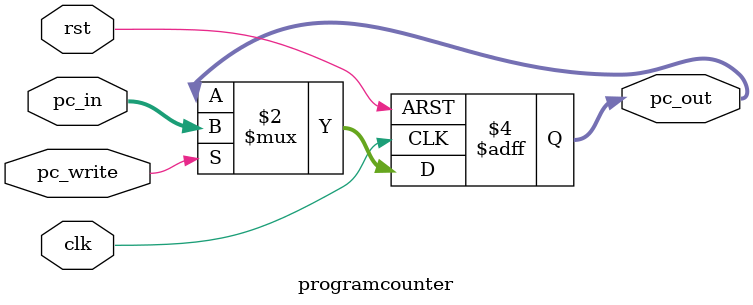
<source format=sv>
module programcounter (
    input clk,
    input rst,
    input [31:0] pc_in,
    input pc_write,
    
    output logic [31:0] pc_out
);
    
always_ff @( posedge clk, posedge rst ) begin : programcounter
    if(rst)
        pc_out <= 32'b0;
    else begin
        if(pc_write)
            pc_out <= pc_in;
    end
end

endmodule
</source>
